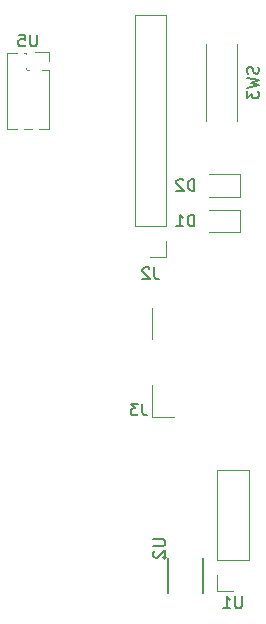
<source format=gbo>
G04 #@! TF.GenerationSoftware,KiCad,Pcbnew,(5.0.0)*
G04 #@! TF.CreationDate,2019-06-18T20:36:07+02:00*
G04 #@! TF.ProjectId,PMS7003wifi,504D5337303033776966692E6B696361,rev?*
G04 #@! TF.SameCoordinates,Original*
G04 #@! TF.FileFunction,Legend,Bot*
G04 #@! TF.FilePolarity,Positive*
%FSLAX46Y46*%
G04 Gerber Fmt 4.6, Leading zero omitted, Abs format (unit mm)*
G04 Created by KiCad (PCBNEW (5.0.0)) date 06/18/19 20:36:07*
%MOMM*%
%LPD*%
G01*
G04 APERTURE LIST*
%ADD10C,0.120000*%
%ADD11C,0.150000*%
G04 APERTURE END LIST*
D10*
G04 #@! TO.C,J3*
X216100000Y-86900000D02*
X216100000Y-89600000D01*
X216100000Y-89600000D02*
X218000000Y-89600000D01*
X216100000Y-80400000D02*
X216100000Y-83000000D01*
G04 #@! TO.C,J2*
X214670000Y-73430000D02*
X217330000Y-73430000D01*
X214670000Y-73430000D02*
X214670000Y-55590000D01*
X214670000Y-55590000D02*
X217330000Y-55590000D01*
X217330000Y-73430000D02*
X217330000Y-55590000D01*
X217330000Y-76030000D02*
X217330000Y-74700000D01*
X216000000Y-76030000D02*
X217330000Y-76030000D01*
G04 #@! TO.C,SW3*
X220700000Y-58030000D02*
X220700000Y-64530000D01*
X223300000Y-64530000D02*
X223300000Y-58030000D01*
D11*
G04 #@! TO.C,U2*
X217500000Y-101500000D02*
X217500000Y-104500000D01*
X220500000Y-104500000D02*
X220500000Y-101500000D01*
X217300000Y-101500000D02*
G75*
G03X217300000Y-101500000I-100000J0D01*
G01*
D10*
G04 #@! TO.C,U5*
X207400000Y-65235000D02*
X206577530Y-65235000D01*
X204692470Y-65235000D02*
X203870000Y-65235000D01*
X205962470Y-65235000D02*
X205307530Y-65235000D01*
X207400000Y-60220000D02*
X207400000Y-65235000D01*
X203870000Y-58765000D02*
X203870000Y-65235000D01*
X207400000Y-60220000D02*
X206833471Y-60220000D01*
X205706529Y-60220000D02*
X205563471Y-60220000D01*
X205510000Y-60166529D02*
X205510000Y-60023471D01*
X205510000Y-58896529D02*
X205510000Y-58765000D01*
X205510000Y-58765000D02*
X205307530Y-58765000D01*
X204692470Y-58765000D02*
X203870000Y-58765000D01*
X207400000Y-59460000D02*
X207400000Y-58700000D01*
X207400000Y-58700000D02*
X206270000Y-58700000D01*
G04 #@! TO.C,U1*
X221670000Y-94050000D02*
X224330000Y-94050000D01*
X221670000Y-101730000D02*
X221670000Y-94050000D01*
X224330000Y-101730000D02*
X224330000Y-94050000D01*
X221670000Y-101730000D02*
X224330000Y-101730000D01*
X221670000Y-103000000D02*
X221670000Y-104330000D01*
X221670000Y-104330000D02*
X223000000Y-104330000D01*
G04 #@! TO.C,D1*
X223622500Y-73960000D02*
X220937500Y-73960000D01*
X223622500Y-72040000D02*
X223622500Y-73960000D01*
X220937500Y-72040000D02*
X223622500Y-72040000D01*
G04 #@! TO.C,D2*
X220937500Y-69040000D02*
X223622500Y-69040000D01*
X223622500Y-69040000D02*
X223622500Y-70960000D01*
X223622500Y-70960000D02*
X220937500Y-70960000D01*
G04 #@! TO.C,J3*
D11*
X215333333Y-88452380D02*
X215333333Y-89166666D01*
X215380952Y-89309523D01*
X215476190Y-89404761D01*
X215619047Y-89452380D01*
X215714285Y-89452380D01*
X214952380Y-88452380D02*
X214333333Y-88452380D01*
X214666666Y-88833333D01*
X214523809Y-88833333D01*
X214428571Y-88880952D01*
X214380952Y-88928571D01*
X214333333Y-89023809D01*
X214333333Y-89261904D01*
X214380952Y-89357142D01*
X214428571Y-89404761D01*
X214523809Y-89452380D01*
X214809523Y-89452380D01*
X214904761Y-89404761D01*
X214952380Y-89357142D01*
G04 #@! TO.C,J2*
X216333333Y-76922380D02*
X216333333Y-77636666D01*
X216380952Y-77779523D01*
X216476190Y-77874761D01*
X216619047Y-77922380D01*
X216714285Y-77922380D01*
X215904761Y-77017619D02*
X215857142Y-76970000D01*
X215761904Y-76922380D01*
X215523809Y-76922380D01*
X215428571Y-76970000D01*
X215380952Y-77017619D01*
X215333333Y-77112857D01*
X215333333Y-77208095D01*
X215380952Y-77350952D01*
X215952380Y-77922380D01*
X215333333Y-77922380D01*
G04 #@! TO.C,SW3*
X225154761Y-59946666D02*
X225202380Y-60089523D01*
X225202380Y-60327619D01*
X225154761Y-60422857D01*
X225107142Y-60470476D01*
X225011904Y-60518095D01*
X224916666Y-60518095D01*
X224821428Y-60470476D01*
X224773809Y-60422857D01*
X224726190Y-60327619D01*
X224678571Y-60137142D01*
X224630952Y-60041904D01*
X224583333Y-59994285D01*
X224488095Y-59946666D01*
X224392857Y-59946666D01*
X224297619Y-59994285D01*
X224250000Y-60041904D01*
X224202380Y-60137142D01*
X224202380Y-60375238D01*
X224250000Y-60518095D01*
X224202380Y-60851428D02*
X225202380Y-61089523D01*
X224488095Y-61280000D01*
X225202380Y-61470476D01*
X224202380Y-61708571D01*
X224202380Y-61994285D02*
X224202380Y-62613333D01*
X224583333Y-62280000D01*
X224583333Y-62422857D01*
X224630952Y-62518095D01*
X224678571Y-62565714D01*
X224773809Y-62613333D01*
X225011904Y-62613333D01*
X225107142Y-62565714D01*
X225154761Y-62518095D01*
X225202380Y-62422857D01*
X225202380Y-62137142D01*
X225154761Y-62041904D01*
X225107142Y-61994285D01*
G04 #@! TO.C,U2*
X216252380Y-99938095D02*
X217061904Y-99938095D01*
X217157142Y-99985714D01*
X217204761Y-100033333D01*
X217252380Y-100128571D01*
X217252380Y-100319047D01*
X217204761Y-100414285D01*
X217157142Y-100461904D01*
X217061904Y-100509523D01*
X216252380Y-100509523D01*
X216347619Y-100938095D02*
X216300000Y-100985714D01*
X216252380Y-101080952D01*
X216252380Y-101319047D01*
X216300000Y-101414285D01*
X216347619Y-101461904D01*
X216442857Y-101509523D01*
X216538095Y-101509523D01*
X216680952Y-101461904D01*
X217252380Y-100890476D01*
X217252380Y-101509523D01*
G04 #@! TO.C,U5*
X206396904Y-57217380D02*
X206396904Y-58026904D01*
X206349285Y-58122142D01*
X206301666Y-58169761D01*
X206206428Y-58217380D01*
X206015952Y-58217380D01*
X205920714Y-58169761D01*
X205873095Y-58122142D01*
X205825476Y-58026904D01*
X205825476Y-57217380D01*
X204873095Y-57217380D02*
X205349285Y-57217380D01*
X205396904Y-57693571D01*
X205349285Y-57645952D01*
X205254047Y-57598333D01*
X205015952Y-57598333D01*
X204920714Y-57645952D01*
X204873095Y-57693571D01*
X204825476Y-57788809D01*
X204825476Y-58026904D01*
X204873095Y-58122142D01*
X204920714Y-58169761D01*
X205015952Y-58217380D01*
X205254047Y-58217380D01*
X205349285Y-58169761D01*
X205396904Y-58122142D01*
G04 #@! TO.C,U1*
X223761904Y-104782380D02*
X223761904Y-105591904D01*
X223714285Y-105687142D01*
X223666666Y-105734761D01*
X223571428Y-105782380D01*
X223380952Y-105782380D01*
X223285714Y-105734761D01*
X223238095Y-105687142D01*
X223190476Y-105591904D01*
X223190476Y-104782380D01*
X222190476Y-105782380D02*
X222761904Y-105782380D01*
X222476190Y-105782380D02*
X222476190Y-104782380D01*
X222571428Y-104925238D01*
X222666666Y-105020476D01*
X222761904Y-105068095D01*
G04 #@! TO.C,D1*
X219738095Y-73452380D02*
X219738095Y-72452380D01*
X219500000Y-72452380D01*
X219357142Y-72500000D01*
X219261904Y-72595238D01*
X219214285Y-72690476D01*
X219166666Y-72880952D01*
X219166666Y-73023809D01*
X219214285Y-73214285D01*
X219261904Y-73309523D01*
X219357142Y-73404761D01*
X219500000Y-73452380D01*
X219738095Y-73452380D01*
X218214285Y-73452380D02*
X218785714Y-73452380D01*
X218500000Y-73452380D02*
X218500000Y-72452380D01*
X218595238Y-72595238D01*
X218690476Y-72690476D01*
X218785714Y-72738095D01*
G04 #@! TO.C,D2*
X219738095Y-70452380D02*
X219738095Y-69452380D01*
X219500000Y-69452380D01*
X219357142Y-69500000D01*
X219261904Y-69595238D01*
X219214285Y-69690476D01*
X219166666Y-69880952D01*
X219166666Y-70023809D01*
X219214285Y-70214285D01*
X219261904Y-70309523D01*
X219357142Y-70404761D01*
X219500000Y-70452380D01*
X219738095Y-70452380D01*
X218785714Y-69547619D02*
X218738095Y-69500000D01*
X218642857Y-69452380D01*
X218404761Y-69452380D01*
X218309523Y-69500000D01*
X218261904Y-69547619D01*
X218214285Y-69642857D01*
X218214285Y-69738095D01*
X218261904Y-69880952D01*
X218833333Y-70452380D01*
X218214285Y-70452380D01*
G04 #@! TD*
M02*

</source>
